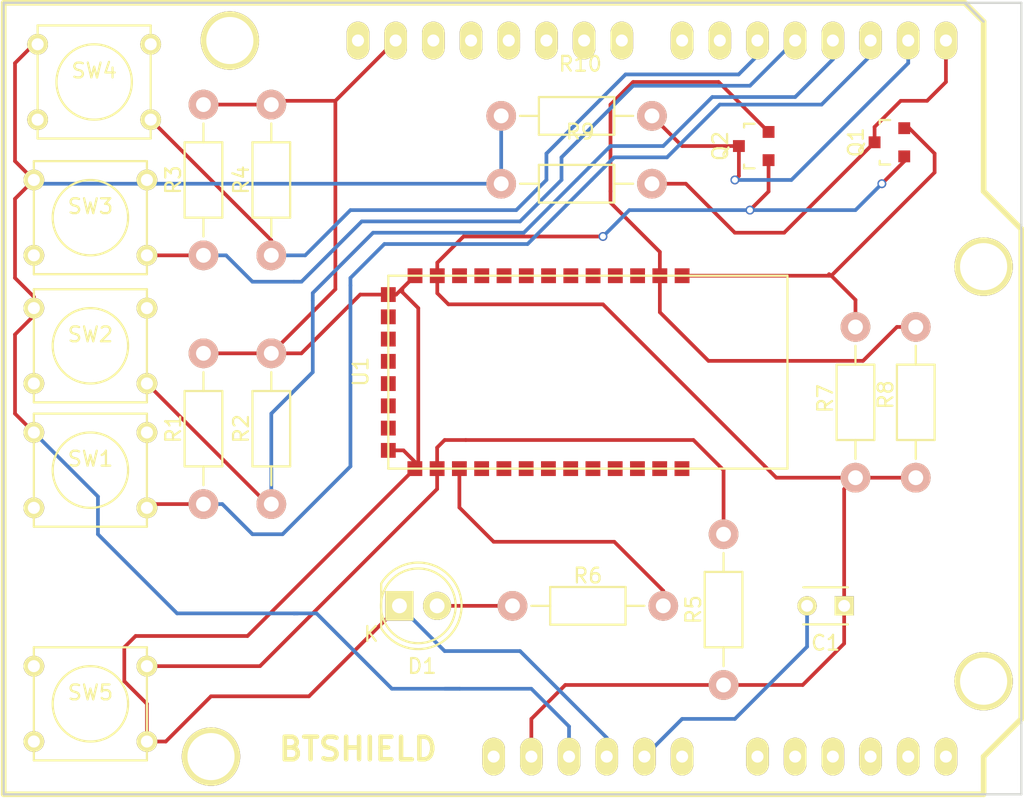
<source format=kicad_pcb>
(kicad_pcb (version 4) (host pcbnew "(2015-07-26 BZR 5996)-product")

  (general
    (links 56)
    (no_connects 1)
    (area 143.84703 46.536 217.560501 105.86)
    (thickness 1.6)
    (drawings 5)
    (tracks 213)
    (zones 0)
    (modules 21)
    (nets 34)
  )

  (page A4)
  (layers
    (0 F.Cu signal)
    (1 INTERNAL signal hide)
    (2 UNUSED signal hide)
    (31 B.Cu signal)
    (32 B.Adhes user)
    (33 F.Adhes user)
    (34 B.Paste user)
    (35 F.Paste user)
    (36 B.SilkS user)
    (37 F.SilkS user)
    (38 B.Mask user)
    (39 F.Mask user)
    (40 Dwgs.User user)
    (41 Cmts.User user)
    (42 Eco1.User user)
    (43 Eco2.User user)
    (44 Edge.Cuts user)
    (45 Margin user)
    (46 B.CrtYd user)
    (47 F.CrtYd user)
    (48 B.Fab user)
    (49 F.Fab user)
  )

  (setup
    (last_trace_width 0.25)
    (trace_clearance 0.2)
    (zone_clearance 0.508)
    (zone_45_only no)
    (trace_min 0.2)
    (segment_width 0.2)
    (edge_width 0.15)
    (via_size 0.6)
    (via_drill 0.4)
    (via_min_size 0.4)
    (via_min_drill 0.3)
    (uvia_size 0.3)
    (uvia_drill 0.1)
    (uvias_allowed no)
    (uvia_min_size 0.2)
    (uvia_min_drill 0.1)
    (pcb_text_width 0.3)
    (pcb_text_size 1.5 1.5)
    (mod_edge_width 0.15)
    (mod_text_size 0.000001 0.000001)
    (mod_text_width 0.15)
    (pad_size 1.4 1.4)
    (pad_drill 0.6)
    (pad_to_mask_clearance 0.2)
    (aux_axis_origin 0 0)
    (visible_elements FFFFFF7F)
    (pcbplotparams
      (layerselection 0x010f0_80000001)
      (usegerberextensions false)
      (excludeedgelayer true)
      (linewidth 0.100000)
      (plotframeref false)
      (viasonmask false)
      (mode 1)
      (useauxorigin false)
      (hpglpennumber 1)
      (hpglpenspeed 20)
      (hpglpendiameter 15)
      (hpglpenoverlay 2)
      (psnegative false)
      (psa4output false)
      (plotreference true)
      (plotvalue true)
      (plotinvisibletext false)
      (padsonsilk false)
      (subtractmaskfromsilk false)
      (outputformat 1)
      (mirror false)
      (drillshape 0)
      (scaleselection 1)
      (outputdirectory output))
  )

  (net 0 "")
  (net 1 +3V3)
  (net 2 GND)
  (net 3 "Net-(D1-Pad2)")
  (net 4 /logic_converter/L_TX)
  (net 5 /logic_converter/H_TX)
  (net 6 /logic_converter/L_RX)
  (net 7 /logic_converter/H_RX)
  (net 8 /BUTTON_1)
  (net 9 /BUTTON_2)
  (net 10 /BUTTON_3)
  (net 11 /BUTTON_4)
  (net 12 "Net-(R5-Pad2)")
  (net 13 "Net-(R6-Pad1)")
  (net 14 +5V)
  (net 15 "Net-(SHIELD1-PadAD5)")
  (net 16 "Net-(SHIELD1-PadAD4)")
  (net 17 "Net-(SHIELD1-PadAD3)")
  (net 18 "Net-(SHIELD1-PadAD0)")
  (net 19 "Net-(SHIELD1-PadAD1)")
  (net 20 "Net-(SHIELD1-PadAD2)")
  (net 21 "Net-(SHIELD1-PadV_IN)")
  (net 22 "Net-(SHIELD1-PadRST)")
  (net 23 "Net-(SHIELD1-Pad6)")
  (net 24 "Net-(SHIELD1-Pad7)")
  (net 25 "Net-(SHIELD1-Pad8)")
  (net 26 "Net-(SHIELD1-Pad9)")
  (net 27 "Net-(SHIELD1-Pad10)")
  (net 28 "Net-(SHIELD1-Pad11)")
  (net 29 "Net-(SHIELD1-Pad12)")
  (net 30 "Net-(SHIELD1-Pad13)")
  (net 31 "Net-(SHIELD1-PadAREF)")
  (net 32 "Net-(U1-Pad4)")
  (net 33 "Net-(U1-Pad3)")

  (net_class Default "This is the default net class."
    (clearance 0.2)
    (trace_width 0.25)
    (via_dia 0.6)
    (via_drill 0.4)
    (uvia_dia 0.3)
    (uvia_drill 0.1)
    (add_net +3V3)
    (add_net +5V)
    (add_net /BUTTON_1)
    (add_net /BUTTON_2)
    (add_net /BUTTON_3)
    (add_net /BUTTON_4)
    (add_net /logic_converter/H_RX)
    (add_net /logic_converter/H_TX)
    (add_net /logic_converter/L_RX)
    (add_net /logic_converter/L_TX)
    (add_net GND)
    (add_net "Net-(D1-Pad2)")
    (add_net "Net-(R5-Pad2)")
    (add_net "Net-(R6-Pad1)")
    (add_net "Net-(SHIELD1-Pad10)")
    (add_net "Net-(SHIELD1-Pad11)")
    (add_net "Net-(SHIELD1-Pad12)")
    (add_net "Net-(SHIELD1-Pad13)")
    (add_net "Net-(SHIELD1-Pad6)")
    (add_net "Net-(SHIELD1-Pad7)")
    (add_net "Net-(SHIELD1-Pad8)")
    (add_net "Net-(SHIELD1-Pad9)")
    (add_net "Net-(SHIELD1-PadAD0)")
    (add_net "Net-(SHIELD1-PadAD1)")
    (add_net "Net-(SHIELD1-PadAD2)")
    (add_net "Net-(SHIELD1-PadAD3)")
    (add_net "Net-(SHIELD1-PadAD4)")
    (add_net "Net-(SHIELD1-PadAD5)")
    (add_net "Net-(SHIELD1-PadAREF)")
    (add_net "Net-(SHIELD1-PadRST)")
    (add_net "Net-(SHIELD1-PadV_IN)")
    (add_net "Net-(U1-Pad3)")
    (add_net "Net-(U1-Pad4)")
  )

  (module Capacitors_ThroughHole:C_Disc_D3_P2.5 placed (layer F.Cu) (tedit 0) (tstamp 55B6E6B1)
    (at 205.232 92.71 180)
    (descr "Capacitor 3mm Disc, Pitch 2.5mm")
    (tags Capacitor)
    (path /55B1AA1D)
    (fp_text reference C1 (at 1.25 -2.5 180) (layer F.SilkS)
      (effects (font (size 1 1) (thickness 0.15)))
    )
    (fp_text value 0.1uF (at 1.25 2.5 180) (layer F.Fab)
      (effects (font (size 1 1) (thickness 0.15)))
    )
    (fp_line (start -0.9 -1.5) (end 3.4 -1.5) (layer F.CrtYd) (width 0.05))
    (fp_line (start 3.4 -1.5) (end 3.4 1.5) (layer F.CrtYd) (width 0.05))
    (fp_line (start 3.4 1.5) (end -0.9 1.5) (layer F.CrtYd) (width 0.05))
    (fp_line (start -0.9 1.5) (end -0.9 -1.5) (layer F.CrtYd) (width 0.05))
    (fp_line (start -0.25 -1.25) (end 2.75 -1.25) (layer F.SilkS) (width 0.15))
    (fp_line (start 2.75 1.25) (end -0.25 1.25) (layer F.SilkS) (width 0.15))
    (pad 1 thru_hole rect (at 0 0 180) (size 1.3 1.3) (drill 0.8) (layers *.Cu *.Mask F.SilkS)
      (net 1 +3V3))
    (pad 2 thru_hole circle (at 2.5 0 180) (size 1.3 1.3) (drill 0.8001) (layers *.Cu *.Mask F.SilkS)
      (net 2 GND))
    (model Capacitors_ThroughHole.3dshapes/C_Disc_D3_P2.5.wrl
      (at (xyz 0.0492126 0 0))
      (scale (xyz 1 1 1))
      (rotate (xyz 0 0 0))
    )
  )

  (module LED-5MM placed (layer F.Cu) (tedit 5570F7EA) (tstamp 55B6E6BD)
    (at 175.26 92.71)
    (descr "LED 5mm round vertical")
    (tags "LED 5mm round vertical")
    (path /55B78BDD)
    (fp_text reference D1 (at 1.524 4.064) (layer F.SilkS)
      (effects (font (size 1 1) (thickness 0.15)))
    )
    (fp_text value LED (at 1.524 -3.937) (layer F.Fab)
      (effects (font (size 1 1) (thickness 0.15)))
    )
    (fp_line (start -1.5 -1.55) (end -1.5 1.55) (layer F.CrtYd) (width 0.05))
    (fp_arc (start 1.3 0) (end -1.5 1.55) (angle -302) (layer F.CrtYd) (width 0.05))
    (fp_arc (start 1.27 0) (end -1.23 -1.5) (angle 297.5) (layer F.SilkS) (width 0.15))
    (fp_line (start -1.23 1.5) (end -1.23 -1.5) (layer F.SilkS) (width 0.15))
    (fp_circle (center 1.27 0) (end 0.97 -2.5) (layer F.SilkS) (width 0.15))
    (fp_text user K (at -1.905 1.905) (layer F.SilkS)
      (effects (font (size 1 1) (thickness 0.15)))
    )
    (pad 1 thru_hole rect (at 0 0 90) (size 2 1.9) (drill 1.00076) (layers *.Cu *.Mask F.SilkS)
      (net 2 GND))
    (pad 2 thru_hole circle (at 2.54 0) (size 1.9 1.9) (drill 1.00076) (layers *.Cu *.Mask F.SilkS)
      (net 3 "Net-(D1-Pad2)"))
    (model LEDs.3dshapes/LED-5MM.wrl
      (at (xyz 0.05 0 0))
      (scale (xyz 1 1 1))
      (rotate (xyz 0 0 90))
    )
  )

  (module SOT-23 placed (layer F.Cu) (tedit 553634F8) (tstamp 55B6E6CD)
    (at 208.28 61.468 90)
    (descr "SOT-23, Standard")
    (tags SOT-23)
    (path /55B5AC98/55B5B81E)
    (attr smd)
    (fp_text reference Q1 (at 0 -2.25 90) (layer F.SilkS)
      (effects (font (size 1 1) (thickness 0.15)))
    )
    (fp_text value BSS138 (at 0 2.3 90) (layer F.Fab)
      (effects (font (size 1 1) (thickness 0.15)))
    )
    (fp_line (start -1.65 -1.6) (end 1.65 -1.6) (layer F.CrtYd) (width 0.05))
    (fp_line (start 1.65 -1.6) (end 1.65 1.6) (layer F.CrtYd) (width 0.05))
    (fp_line (start 1.65 1.6) (end -1.65 1.6) (layer F.CrtYd) (width 0.05))
    (fp_line (start -1.65 1.6) (end -1.65 -1.6) (layer F.CrtYd) (width 0.05))
    (fp_line (start 1.29916 -0.65024) (end 1.2509 -0.65024) (layer F.SilkS) (width 0.15))
    (fp_line (start -1.49982 0.0508) (end -1.49982 -0.65024) (layer F.SilkS) (width 0.15))
    (fp_line (start -1.49982 -0.65024) (end -1.2509 -0.65024) (layer F.SilkS) (width 0.15))
    (fp_line (start 1.29916 -0.65024) (end 1.49982 -0.65024) (layer F.SilkS) (width 0.15))
    (fp_line (start 1.49982 -0.65024) (end 1.49982 0.0508) (layer F.SilkS) (width 0.15))
    (pad 1 smd rect (at -0.95 1.00076 90) (size 0.8001 0.8001) (layers F.Cu F.Paste F.Mask)
      (net 1 +3V3))
    (pad 2 smd rect (at 0.95 1.00076 90) (size 0.8001 0.8001) (layers F.Cu F.Paste F.Mask)
      (net 4 /logic_converter/L_TX))
    (pad 3 smd rect (at 0 -0.99822 90) (size 0.8001 0.8001) (layers F.Cu F.Paste F.Mask)
      (net 5 /logic_converter/H_TX))
    (model Housings_SOT-23_SOT-143_TSOT-6.3dshapes/SOT-23.wrl
      (at (xyz 0 0 0))
      (scale (xyz 1 1 1))
      (rotate (xyz 0 0 0))
    )
  )

  (module SOT-23 placed (layer F.Cu) (tedit 553634F8) (tstamp 55B6E6DD)
    (at 199.136 61.722 90)
    (descr "SOT-23, Standard")
    (tags SOT-23)
    (path /55B5AC98/55B5B67E)
    (attr smd)
    (fp_text reference Q2 (at 0 -2.25 90) (layer F.SilkS)
      (effects (font (size 1 1) (thickness 0.15)))
    )
    (fp_text value BSS138 (at 0 2.3 90) (layer F.Fab)
      (effects (font (size 1 1) (thickness 0.15)))
    )
    (fp_line (start -1.65 -1.6) (end 1.65 -1.6) (layer F.CrtYd) (width 0.05))
    (fp_line (start 1.65 -1.6) (end 1.65 1.6) (layer F.CrtYd) (width 0.05))
    (fp_line (start 1.65 1.6) (end -1.65 1.6) (layer F.CrtYd) (width 0.05))
    (fp_line (start -1.65 1.6) (end -1.65 -1.6) (layer F.CrtYd) (width 0.05))
    (fp_line (start 1.29916 -0.65024) (end 1.2509 -0.65024) (layer F.SilkS) (width 0.15))
    (fp_line (start -1.49982 0.0508) (end -1.49982 -0.65024) (layer F.SilkS) (width 0.15))
    (fp_line (start -1.49982 -0.65024) (end -1.2509 -0.65024) (layer F.SilkS) (width 0.15))
    (fp_line (start 1.29916 -0.65024) (end 1.49982 -0.65024) (layer F.SilkS) (width 0.15))
    (fp_line (start 1.49982 -0.65024) (end 1.49982 0.0508) (layer F.SilkS) (width 0.15))
    (pad 1 smd rect (at -0.95 1.00076 90) (size 0.8001 0.8001) (layers F.Cu F.Paste F.Mask)
      (net 1 +3V3))
    (pad 2 smd rect (at 0.95 1.00076 90) (size 0.8001 0.8001) (layers F.Cu F.Paste F.Mask)
      (net 6 /logic_converter/L_RX))
    (pad 3 smd rect (at 0 -0.99822 90) (size 0.8001 0.8001) (layers F.Cu F.Paste F.Mask)
      (net 7 /logic_converter/H_RX))
    (model Housings_SOT-23_SOT-143_TSOT-6.3dshapes/SOT-23.wrl
      (at (xyz 0 0 0))
      (scale (xyz 1 1 1))
      (rotate (xyz 0 0 0))
    )
  )

  (module Resistors_ThroughHole:Resistor_Horizontal_RM10mm placed (layer F.Cu) (tedit 55B8081E) (tstamp 55B6E6E9)
    (at 162.052 80.772 270)
    (descr "Resistor, Axial,  RM 10mm, 1/3W,")
    (tags "Resistor, Axial, RM 10mm, 1/3W,")
    (path /55B6D4A4)
    (fp_text reference R1 (at 0 2.032 270) (layer F.SilkS)
      (effects (font (size 1 1) (thickness 0.15)))
    )
    (fp_text value 1k (at 3.81 3.81 270) (layer F.Fab)
      (effects (font (size 1 1) (thickness 0.15)))
    )
    (fp_line (start -2.54 -1.27) (end 2.54 -1.27) (layer F.SilkS) (width 0.15))
    (fp_line (start 2.54 -1.27) (end 2.54 1.27) (layer F.SilkS) (width 0.15))
    (fp_line (start 2.54 1.27) (end -2.54 1.27) (layer F.SilkS) (width 0.15))
    (fp_line (start -2.54 1.27) (end -2.54 -1.27) (layer F.SilkS) (width 0.15))
    (fp_line (start -2.54 0) (end -3.81 0) (layer F.SilkS) (width 0.15))
    (fp_line (start 2.54 0) (end 3.81 0) (layer F.SilkS) (width 0.15))
    (pad 1 thru_hole circle (at -5.08 0 270) (size 1.99898 1.99898) (drill 1.00076) (layers *.Cu *.SilkS *.Mask)
      (net 2 GND))
    (pad 2 thru_hole circle (at 5.08 0 270) (size 1.99898 1.99898) (drill 1.00076) (layers *.Cu *.SilkS *.Mask)
      (net 8 /BUTTON_1))
    (model Resistors_ThroughHole.3dshapes/Resistor_Horizontal_RM10mm.wrl
      (at (xyz 0 0 0))
      (scale (xyz 0.4 0.4 0.4))
      (rotate (xyz 0 0 0))
    )
  )

  (module Resistors_ThroughHole:Resistor_Horizontal_RM10mm placed (layer F.Cu) (tedit 55B80821) (tstamp 55B6E6F5)
    (at 166.624 80.772 270)
    (descr "Resistor, Axial,  RM 10mm, 1/3W,")
    (tags "Resistor, Axial, RM 10mm, 1/3W,")
    (path /55B73A21)
    (fp_text reference R2 (at 0 2.032 270) (layer F.SilkS)
      (effects (font (size 1 1) (thickness 0.15)))
    )
    (fp_text value 1k (at 3.81 3.81 270) (layer F.Fab)
      (effects (font (size 1 1) (thickness 0.15)))
    )
    (fp_line (start -2.54 -1.27) (end 2.54 -1.27) (layer F.SilkS) (width 0.15))
    (fp_line (start 2.54 -1.27) (end 2.54 1.27) (layer F.SilkS) (width 0.15))
    (fp_line (start 2.54 1.27) (end -2.54 1.27) (layer F.SilkS) (width 0.15))
    (fp_line (start -2.54 1.27) (end -2.54 -1.27) (layer F.SilkS) (width 0.15))
    (fp_line (start -2.54 0) (end -3.81 0) (layer F.SilkS) (width 0.15))
    (fp_line (start 2.54 0) (end 3.81 0) (layer F.SilkS) (width 0.15))
    (pad 1 thru_hole circle (at -5.08 0 270) (size 1.99898 1.99898) (drill 1.00076) (layers *.Cu *.SilkS *.Mask)
      (net 2 GND))
    (pad 2 thru_hole circle (at 5.08 0 270) (size 1.99898 1.99898) (drill 1.00076) (layers *.Cu *.SilkS *.Mask)
      (net 9 /BUTTON_2))
    (model Resistors_ThroughHole.3dshapes/Resistor_Horizontal_RM10mm.wrl
      (at (xyz 0 0 0))
      (scale (xyz 0.4 0.4 0.4))
      (rotate (xyz 0 0 0))
    )
  )

  (module Resistors_ThroughHole:Resistor_Horizontal_RM10mm placed (layer F.Cu) (tedit 55B80815) (tstamp 55B6E701)
    (at 162.052 64.008 270)
    (descr "Resistor, Axial,  RM 10mm, 1/3W,")
    (tags "Resistor, Axial, RM 10mm, 1/3W,")
    (path /55B7405B)
    (fp_text reference R3 (at 0 2.032 270) (layer F.SilkS)
      (effects (font (size 1 1) (thickness 0.15)))
    )
    (fp_text value 1k (at 3.81 3.81 270) (layer F.Fab)
      (effects (font (size 1 1) (thickness 0.15)))
    )
    (fp_line (start -2.54 -1.27) (end 2.54 -1.27) (layer F.SilkS) (width 0.15))
    (fp_line (start 2.54 -1.27) (end 2.54 1.27) (layer F.SilkS) (width 0.15))
    (fp_line (start 2.54 1.27) (end -2.54 1.27) (layer F.SilkS) (width 0.15))
    (fp_line (start -2.54 1.27) (end -2.54 -1.27) (layer F.SilkS) (width 0.15))
    (fp_line (start -2.54 0) (end -3.81 0) (layer F.SilkS) (width 0.15))
    (fp_line (start 2.54 0) (end 3.81 0) (layer F.SilkS) (width 0.15))
    (pad 1 thru_hole circle (at -5.08 0 270) (size 1.99898 1.99898) (drill 1.00076) (layers *.Cu *.SilkS *.Mask)
      (net 2 GND))
    (pad 2 thru_hole circle (at 5.08 0 270) (size 1.99898 1.99898) (drill 1.00076) (layers *.Cu *.SilkS *.Mask)
      (net 10 /BUTTON_3))
    (model Resistors_ThroughHole.3dshapes/Resistor_Horizontal_RM10mm.wrl
      (at (xyz 0 0 0))
      (scale (xyz 0.4 0.4 0.4))
      (rotate (xyz 0 0 0))
    )
  )

  (module Resistors_ThroughHole:Resistor_Horizontal_RM10mm placed (layer F.Cu) (tedit 55B80819) (tstamp 55B6E70D)
    (at 166.624 64.008 270)
    (descr "Resistor, Axial,  RM 10mm, 1/3W,")
    (tags "Resistor, Axial, RM 10mm, 1/3W,")
    (path /55B74127)
    (fp_text reference R4 (at 0 2.032 270) (layer F.SilkS)
      (effects (font (size 1 1) (thickness 0.15)))
    )
    (fp_text value 1k (at 3.81 3.81 270) (layer F.Fab)
      (effects (font (size 1 1) (thickness 0.15)))
    )
    (fp_line (start -2.54 -1.27) (end 2.54 -1.27) (layer F.SilkS) (width 0.15))
    (fp_line (start 2.54 -1.27) (end 2.54 1.27) (layer F.SilkS) (width 0.15))
    (fp_line (start 2.54 1.27) (end -2.54 1.27) (layer F.SilkS) (width 0.15))
    (fp_line (start -2.54 1.27) (end -2.54 -1.27) (layer F.SilkS) (width 0.15))
    (fp_line (start -2.54 0) (end -3.81 0) (layer F.SilkS) (width 0.15))
    (fp_line (start 2.54 0) (end 3.81 0) (layer F.SilkS) (width 0.15))
    (pad 1 thru_hole circle (at -5.08 0 270) (size 1.99898 1.99898) (drill 1.00076) (layers *.Cu *.SilkS *.Mask)
      (net 2 GND))
    (pad 2 thru_hole circle (at 5.08 0 270) (size 1.99898 1.99898) (drill 1.00076) (layers *.Cu *.SilkS *.Mask)
      (net 11 /BUTTON_4))
    (model Resistors_ThroughHole.3dshapes/Resistor_Horizontal_RM10mm.wrl
      (at (xyz 0 0 0))
      (scale (xyz 0.4 0.4 0.4))
      (rotate (xyz 0 0 0))
    )
  )

  (module Resistors_ThroughHole:Resistor_Horizontal_RM10mm placed (layer F.Cu) (tedit 55B80831) (tstamp 55B6E719)
    (at 197.104 92.964 90)
    (descr "Resistor, Axial,  RM 10mm, 1/3W,")
    (tags "Resistor, Axial, RM 10mm, 1/3W,")
    (path /55B7746D)
    (fp_text reference R5 (at 0 -2.032 90) (layer F.SilkS)
      (effects (font (size 1 1) (thickness 0.15)))
    )
    (fp_text value 1k (at 3.81 3.81 90) (layer F.Fab)
      (effects (font (size 1 1) (thickness 0.15)))
    )
    (fp_line (start -2.54 -1.27) (end 2.54 -1.27) (layer F.SilkS) (width 0.15))
    (fp_line (start 2.54 -1.27) (end 2.54 1.27) (layer F.SilkS) (width 0.15))
    (fp_line (start 2.54 1.27) (end -2.54 1.27) (layer F.SilkS) (width 0.15))
    (fp_line (start -2.54 1.27) (end -2.54 -1.27) (layer F.SilkS) (width 0.15))
    (fp_line (start -2.54 0) (end -3.81 0) (layer F.SilkS) (width 0.15))
    (fp_line (start 2.54 0) (end 3.81 0) (layer F.SilkS) (width 0.15))
    (pad 1 thru_hole circle (at -5.08 0 90) (size 1.99898 1.99898) (drill 1.00076) (layers *.Cu *.SilkS *.Mask)
      (net 1 +3V3))
    (pad 2 thru_hole circle (at 5.08 0 90) (size 1.99898 1.99898) (drill 1.00076) (layers *.Cu *.SilkS *.Mask)
      (net 12 "Net-(R5-Pad2)"))
    (model Resistors_ThroughHole.3dshapes/Resistor_Horizontal_RM10mm.wrl
      (at (xyz 0 0 0))
      (scale (xyz 0.4 0.4 0.4))
      (rotate (xyz 0 0 0))
    )
  )

  (module Resistors_ThroughHole:Resistor_Horizontal_RM10mm placed (layer F.Cu) (tedit 55B80829) (tstamp 55B6E725)
    (at 187.96 92.71 180)
    (descr "Resistor, Axial,  RM 10mm, 1/3W,")
    (tags "Resistor, Axial, RM 10mm, 1/3W,")
    (path /55B1AC33)
    (fp_text reference R6 (at 0 2.032 180) (layer F.SilkS)
      (effects (font (size 1 1) (thickness 0.15)))
    )
    (fp_text value 470 (at 3.81 3.81 180) (layer F.Fab)
      (effects (font (size 1 1) (thickness 0.15)))
    )
    (fp_line (start -2.54 -1.27) (end 2.54 -1.27) (layer F.SilkS) (width 0.15))
    (fp_line (start 2.54 -1.27) (end 2.54 1.27) (layer F.SilkS) (width 0.15))
    (fp_line (start 2.54 1.27) (end -2.54 1.27) (layer F.SilkS) (width 0.15))
    (fp_line (start -2.54 1.27) (end -2.54 -1.27) (layer F.SilkS) (width 0.15))
    (fp_line (start -2.54 0) (end -3.81 0) (layer F.SilkS) (width 0.15))
    (fp_line (start 2.54 0) (end 3.81 0) (layer F.SilkS) (width 0.15))
    (pad 1 thru_hole circle (at -5.08 0 180) (size 1.99898 1.99898) (drill 1.00076) (layers *.Cu *.SilkS *.Mask)
      (net 13 "Net-(R6-Pad1)"))
    (pad 2 thru_hole circle (at 5.08 0 180) (size 1.99898 1.99898) (drill 1.00076) (layers *.Cu *.SilkS *.Mask)
      (net 3 "Net-(D1-Pad2)"))
    (model Resistors_ThroughHole.3dshapes/Resistor_Horizontal_RM10mm.wrl
      (at (xyz 0 0 0))
      (scale (xyz 0.4 0.4 0.4))
      (rotate (xyz 0 0 0))
    )
  )

  (module Resistors_ThroughHole:Resistor_Horizontal_RM10mm placed (layer F.Cu) (tedit 55B80845) (tstamp 55B6E731)
    (at 205.994 78.994 90)
    (descr "Resistor, Axial,  RM 10mm, 1/3W,")
    (tags "Resistor, Axial, RM 10mm, 1/3W,")
    (path /55B5AC98/55B5ACEF)
    (fp_text reference R7 (at 0.254 -2.032 90) (layer F.SilkS)
      (effects (font (size 1 1) (thickness 0.15)))
    )
    (fp_text value 10k (at 3.81 3.81 90) (layer F.Fab)
      (effects (font (size 1 1) (thickness 0.15)))
    )
    (fp_line (start -2.54 -1.27) (end 2.54 -1.27) (layer F.SilkS) (width 0.15))
    (fp_line (start 2.54 -1.27) (end 2.54 1.27) (layer F.SilkS) (width 0.15))
    (fp_line (start 2.54 1.27) (end -2.54 1.27) (layer F.SilkS) (width 0.15))
    (fp_line (start -2.54 1.27) (end -2.54 -1.27) (layer F.SilkS) (width 0.15))
    (fp_line (start -2.54 0) (end -3.81 0) (layer F.SilkS) (width 0.15))
    (fp_line (start 2.54 0) (end 3.81 0) (layer F.SilkS) (width 0.15))
    (pad 1 thru_hole circle (at -5.08 0 90) (size 1.99898 1.99898) (drill 1.00076) (layers *.Cu *.SilkS *.Mask)
      (net 1 +3V3))
    (pad 2 thru_hole circle (at 5.08 0 90) (size 1.99898 1.99898) (drill 1.00076) (layers *.Cu *.SilkS *.Mask)
      (net 4 /logic_converter/L_TX))
    (model Resistors_ThroughHole.3dshapes/Resistor_Horizontal_RM10mm.wrl
      (at (xyz 0 0 0))
      (scale (xyz 0.4 0.4 0.4))
      (rotate (xyz 0 0 0))
    )
  )

  (module Resistors_ThroughHole:Resistor_Horizontal_RM10mm placed (layer F.Cu) (tedit 55B80851) (tstamp 55B6E73D)
    (at 210.058 78.994 90)
    (descr "Resistor, Axial,  RM 10mm, 1/3W,")
    (tags "Resistor, Axial, RM 10mm, 1/3W,")
    (path /55B5AC98/55B5B5D4)
    (fp_text reference R8 (at 0.508 -2.032 90) (layer F.SilkS)
      (effects (font (size 1 1) (thickness 0.15)))
    )
    (fp_text value 10k (at 3.81 3.81 90) (layer F.Fab)
      (effects (font (size 1 1) (thickness 0.15)))
    )
    (fp_line (start -2.54 -1.27) (end 2.54 -1.27) (layer F.SilkS) (width 0.15))
    (fp_line (start 2.54 -1.27) (end 2.54 1.27) (layer F.SilkS) (width 0.15))
    (fp_line (start 2.54 1.27) (end -2.54 1.27) (layer F.SilkS) (width 0.15))
    (fp_line (start -2.54 1.27) (end -2.54 -1.27) (layer F.SilkS) (width 0.15))
    (fp_line (start -2.54 0) (end -3.81 0) (layer F.SilkS) (width 0.15))
    (fp_line (start 2.54 0) (end 3.81 0) (layer F.SilkS) (width 0.15))
    (pad 1 thru_hole circle (at -5.08 0 90) (size 1.99898 1.99898) (drill 1.00076) (layers *.Cu *.SilkS *.Mask)
      (net 1 +3V3))
    (pad 2 thru_hole circle (at 5.08 0 90) (size 1.99898 1.99898) (drill 1.00076) (layers *.Cu *.SilkS *.Mask)
      (net 6 /logic_converter/L_RX))
    (model Resistors_ThroughHole.3dshapes/Resistor_Horizontal_RM10mm.wrl
      (at (xyz 0 0 0))
      (scale (xyz 0.4 0.4 0.4))
      (rotate (xyz 0 0 0))
    )
  )

  (module Resistors_ThroughHole:Resistor_Horizontal_RM10mm placed (layer F.Cu) (tedit 53F56209) (tstamp 55B6E749)
    (at 187.198 64.262)
    (descr "Resistor, Axial,  RM 10mm, 1/3W,")
    (tags "Resistor, Axial, RM 10mm, 1/3W,")
    (path /55B5AC98/55B5B3FD)
    (fp_text reference R9 (at 0.24892 -3.50012) (layer F.SilkS)
      (effects (font (size 1 1) (thickness 0.15)))
    )
    (fp_text value 10k (at 3.81 3.81) (layer F.Fab)
      (effects (font (size 1 1) (thickness 0.15)))
    )
    (fp_line (start -2.54 -1.27) (end 2.54 -1.27) (layer F.SilkS) (width 0.15))
    (fp_line (start 2.54 -1.27) (end 2.54 1.27) (layer F.SilkS) (width 0.15))
    (fp_line (start 2.54 1.27) (end -2.54 1.27) (layer F.SilkS) (width 0.15))
    (fp_line (start -2.54 1.27) (end -2.54 -1.27) (layer F.SilkS) (width 0.15))
    (fp_line (start -2.54 0) (end -3.81 0) (layer F.SilkS) (width 0.15))
    (fp_line (start 2.54 0) (end 3.81 0) (layer F.SilkS) (width 0.15))
    (pad 1 thru_hole circle (at -5.08 0) (size 1.99898 1.99898) (drill 1.00076) (layers *.Cu *.SilkS *.Mask)
      (net 14 +5V))
    (pad 2 thru_hole circle (at 5.08 0) (size 1.99898 1.99898) (drill 1.00076) (layers *.Cu *.SilkS *.Mask)
      (net 5 /logic_converter/H_TX))
    (model Resistors_ThroughHole.3dshapes/Resistor_Horizontal_RM10mm.wrl
      (at (xyz 0 0 0))
      (scale (xyz 0.4 0.4 0.4))
      (rotate (xyz 0 0 0))
    )
  )

  (module Resistors_ThroughHole:Resistor_Horizontal_RM10mm placed (layer F.Cu) (tedit 53F56209) (tstamp 55B6E755)
    (at 187.198 59.69)
    (descr "Resistor, Axial,  RM 10mm, 1/3W,")
    (tags "Resistor, Axial, RM 10mm, 1/3W,")
    (path /55B5AC98/55B5B63A)
    (fp_text reference R10 (at 0.24892 -3.50012) (layer F.SilkS)
      (effects (font (size 1 1) (thickness 0.15)))
    )
    (fp_text value 10k (at 3.81 3.81) (layer F.Fab)
      (effects (font (size 1 1) (thickness 0.15)))
    )
    (fp_line (start -2.54 -1.27) (end 2.54 -1.27) (layer F.SilkS) (width 0.15))
    (fp_line (start 2.54 -1.27) (end 2.54 1.27) (layer F.SilkS) (width 0.15))
    (fp_line (start 2.54 1.27) (end -2.54 1.27) (layer F.SilkS) (width 0.15))
    (fp_line (start -2.54 1.27) (end -2.54 -1.27) (layer F.SilkS) (width 0.15))
    (fp_line (start -2.54 0) (end -3.81 0) (layer F.SilkS) (width 0.15))
    (fp_line (start 2.54 0) (end 3.81 0) (layer F.SilkS) (width 0.15))
    (pad 1 thru_hole circle (at -5.08 0) (size 1.99898 1.99898) (drill 1.00076) (layers *.Cu *.SilkS *.Mask)
      (net 14 +5V))
    (pad 2 thru_hole circle (at 5.08 0) (size 1.99898 1.99898) (drill 1.00076) (layers *.Cu *.SilkS *.Mask)
      (net 7 /logic_converter/H_RX))
    (model Resistors_ThroughHole.3dshapes/Resistor_Horizontal_RM10mm.wrl
      (at (xyz 0 0 0))
      (scale (xyz 0.4 0.4 0.4))
      (rotate (xyz 0 0 0))
    )
  )

  (module Buttons_Switches_ThroughHole:SW_PUSH_SMALL placed (layer F.Cu) (tedit 0) (tstamp 55B6E78F)
    (at 154.432 83.566)
    (path /55B662BB)
    (fp_text reference SW1 (at 0 -0.762) (layer F.SilkS)
      (effects (font (size 1 1) (thickness 0.15)))
    )
    (fp_text value SW_PUSH (at 0 1.016) (layer F.Fab)
      (effects (font (size 1 1) (thickness 0.15)))
    )
    (fp_circle (center 0 0) (end 0 -2.54) (layer F.SilkS) (width 0.15))
    (fp_line (start -3.81 -3.81) (end 3.81 -3.81) (layer F.SilkS) (width 0.15))
    (fp_line (start 3.81 -3.81) (end 3.81 3.81) (layer F.SilkS) (width 0.15))
    (fp_line (start 3.81 3.81) (end -3.81 3.81) (layer F.SilkS) (width 0.15))
    (fp_line (start -3.81 -3.81) (end -3.81 3.81) (layer F.SilkS) (width 0.15))
    (pad 1 thru_hole circle (at 3.81 -2.54) (size 1.397 1.397) (drill 0.8128) (layers *.Cu *.Mask F.SilkS)
      (net 14 +5V))
    (pad 2 thru_hole circle (at 3.81 2.54) (size 1.397 1.397) (drill 0.8128) (layers *.Cu *.Mask F.SilkS)
      (net 8 /BUTTON_1))
    (pad 1 thru_hole circle (at -3.81 -2.54) (size 1.397 1.397) (drill 0.8128) (layers *.Cu *.Mask F.SilkS)
      (net 14 +5V))
    (pad 2 thru_hole circle (at -3.81 2.54) (size 1.397 1.397) (drill 0.8128) (layers *.Cu *.Mask F.SilkS)
      (net 8 /BUTTON_1))
  )

  (module Buttons_Switches_ThroughHole:SW_PUSH_SMALL placed (layer F.Cu) (tedit 0) (tstamp 55B6E79C)
    (at 154.432 75.184)
    (path /55B66390)
    (fp_text reference SW2 (at 0 -0.762) (layer F.SilkS)
      (effects (font (size 1 1) (thickness 0.15)))
    )
    (fp_text value SW_PUSH (at 0 1.016) (layer F.Fab)
      (effects (font (size 1 1) (thickness 0.15)))
    )
    (fp_circle (center 0 0) (end 0 -2.54) (layer F.SilkS) (width 0.15))
    (fp_line (start -3.81 -3.81) (end 3.81 -3.81) (layer F.SilkS) (width 0.15))
    (fp_line (start 3.81 -3.81) (end 3.81 3.81) (layer F.SilkS) (width 0.15))
    (fp_line (start 3.81 3.81) (end -3.81 3.81) (layer F.SilkS) (width 0.15))
    (fp_line (start -3.81 -3.81) (end -3.81 3.81) (layer F.SilkS) (width 0.15))
    (pad 1 thru_hole circle (at 3.81 -2.54) (size 1.397 1.397) (drill 0.8128) (layers *.Cu *.Mask F.SilkS)
      (net 14 +5V))
    (pad 2 thru_hole circle (at 3.81 2.54) (size 1.397 1.397) (drill 0.8128) (layers *.Cu *.Mask F.SilkS)
      (net 9 /BUTTON_2))
    (pad 1 thru_hole circle (at -3.81 -2.54) (size 1.397 1.397) (drill 0.8128) (layers *.Cu *.Mask F.SilkS)
      (net 14 +5V))
    (pad 2 thru_hole circle (at -3.81 2.54) (size 1.397 1.397) (drill 0.8128) (layers *.Cu *.Mask F.SilkS)
      (net 9 /BUTTON_2))
  )

  (module Buttons_Switches_ThroughHole:SW_PUSH_SMALL placed (layer F.Cu) (tedit 0) (tstamp 55B6E7A9)
    (at 154.432 66.548)
    (path /55B6641F)
    (fp_text reference SW3 (at 0 -0.762) (layer F.SilkS)
      (effects (font (size 1 1) (thickness 0.15)))
    )
    (fp_text value SW_PUSH (at 0 1.016) (layer F.Fab)
      (effects (font (size 1 1) (thickness 0.15)))
    )
    (fp_circle (center 0 0) (end 0 -2.54) (layer F.SilkS) (width 0.15))
    (fp_line (start -3.81 -3.81) (end 3.81 -3.81) (layer F.SilkS) (width 0.15))
    (fp_line (start 3.81 -3.81) (end 3.81 3.81) (layer F.SilkS) (width 0.15))
    (fp_line (start 3.81 3.81) (end -3.81 3.81) (layer F.SilkS) (width 0.15))
    (fp_line (start -3.81 -3.81) (end -3.81 3.81) (layer F.SilkS) (width 0.15))
    (pad 1 thru_hole circle (at 3.81 -2.54) (size 1.397 1.397) (drill 0.8128) (layers *.Cu *.Mask F.SilkS)
      (net 14 +5V))
    (pad 2 thru_hole circle (at 3.81 2.54) (size 1.397 1.397) (drill 0.8128) (layers *.Cu *.Mask F.SilkS)
      (net 10 /BUTTON_3))
    (pad 1 thru_hole circle (at -3.81 -2.54) (size 1.397 1.397) (drill 0.8128) (layers *.Cu *.Mask F.SilkS)
      (net 14 +5V))
    (pad 2 thru_hole circle (at -3.81 2.54) (size 1.397 1.397) (drill 0.8128) (layers *.Cu *.Mask F.SilkS)
      (net 10 /BUTTON_3))
  )

  (module Buttons_Switches_ThroughHole:SW_PUSH_SMALL placed (layer F.Cu) (tedit 0) (tstamp 55B6E7B6)
    (at 154.686 57.404)
    (path /55B66965)
    (fp_text reference SW4 (at 0 -0.762) (layer F.SilkS)
      (effects (font (size 1 1) (thickness 0.15)))
    )
    (fp_text value SW_PUSH (at 0 1.016) (layer F.Fab)
      (effects (font (size 1 1) (thickness 0.15)))
    )
    (fp_circle (center 0 0) (end 0 -2.54) (layer F.SilkS) (width 0.15))
    (fp_line (start -3.81 -3.81) (end 3.81 -3.81) (layer F.SilkS) (width 0.15))
    (fp_line (start 3.81 -3.81) (end 3.81 3.81) (layer F.SilkS) (width 0.15))
    (fp_line (start 3.81 3.81) (end -3.81 3.81) (layer F.SilkS) (width 0.15))
    (fp_line (start -3.81 -3.81) (end -3.81 3.81) (layer F.SilkS) (width 0.15))
    (pad 1 thru_hole circle (at 3.81 -2.54) (size 1.397 1.397) (drill 0.8128) (layers *.Cu *.Mask F.SilkS)
      (net 14 +5V))
    (pad 2 thru_hole circle (at 3.81 2.54) (size 1.397 1.397) (drill 0.8128) (layers *.Cu *.Mask F.SilkS)
      (net 11 /BUTTON_4))
    (pad 1 thru_hole circle (at -3.81 -2.54) (size 1.397 1.397) (drill 0.8128) (layers *.Cu *.Mask F.SilkS)
      (net 14 +5V))
    (pad 2 thru_hole circle (at -3.81 2.54) (size 1.397 1.397) (drill 0.8128) (layers *.Cu *.Mask F.SilkS)
      (net 11 /BUTTON_4))
  )

  (module Buttons_Switches_ThroughHole:SW_PUSH_SMALL placed (layer F.Cu) (tedit 0) (tstamp 55B6E7C3)
    (at 154.432 99.314)
    (path /55B68103)
    (fp_text reference SW5 (at 0 -0.762) (layer F.SilkS)
      (effects (font (size 1 1) (thickness 0.15)))
    )
    (fp_text value SW_PUSH (at 0 1.016) (layer F.Fab)
      (effects (font (size 1 1) (thickness 0.15)))
    )
    (fp_circle (center 0 0) (end 0 -2.54) (layer F.SilkS) (width 0.15))
    (fp_line (start -3.81 -3.81) (end 3.81 -3.81) (layer F.SilkS) (width 0.15))
    (fp_line (start 3.81 -3.81) (end 3.81 3.81) (layer F.SilkS) (width 0.15))
    (fp_line (start 3.81 3.81) (end -3.81 3.81) (layer F.SilkS) (width 0.15))
    (fp_line (start -3.81 -3.81) (end -3.81 3.81) (layer F.SilkS) (width 0.15))
    (pad 1 thru_hole circle (at 3.81 -2.54) (size 1.397 1.397) (drill 0.8128) (layers *.Cu *.Mask F.SilkS)
      (net 12 "Net-(R5-Pad2)"))
    (pad 2 thru_hole circle (at 3.81 2.54) (size 1.397 1.397) (drill 0.8128) (layers *.Cu *.Mask F.SilkS)
      (net 2 GND))
    (pad 1 thru_hole circle (at -3.81 -2.54) (size 1.397 1.397) (drill 0.8128) (layers *.Cu *.Mask F.SilkS)
      (net 12 "Net-(R5-Pad2)"))
    (pad 2 thru_hole circle (at -3.81 2.54) (size 1.397 1.397) (drill 0.8128) (layers *.Cu *.Mask F.SilkS)
      (net 2 GND))
  )

  (module btshield:hc10 placed (layer F.Cu) (tedit 55B6D40D) (tstamp 55B6E7ED)
    (at 187.96 76.962 270)
    (path /55B1A980)
    (fp_text reference U1 (at -0.03 15.31 270) (layer F.SilkS)
      (effects (font (size 1 1) (thickness 0.15)))
    )
    (fp_text value HC-10 (at 0.03 -14.53 270) (layer F.Fab)
      (effects (font (size 1 1) (thickness 0.15)))
    )
    (fp_line (start -6.5 -13.45) (end 6.5 -13.45) (layer F.SilkS) (width 0.15))
    (fp_line (start 6.5 -13.45) (end 6.5 13.45) (layer F.SilkS) (width 0.15))
    (fp_line (start 6.5 13.45) (end -6.5 13.45) (layer F.SilkS) (width 0.15))
    (fp_line (start -6.5 13.45) (end -6.5 -13.45) (layer F.SilkS) (width 0.15))
    (pad 34 smd rect (at 6.5 -6.34 270) (size 1 1) (layers F.Cu F.Paste F.Mask))
    (pad 33 smd rect (at 6.5 -4.84 270) (size 1 1) (layers F.Cu F.Paste F.Mask))
    (pad 32 smd rect (at 6.5 -3.34 270) (size 1 1) (layers F.Cu F.Paste F.Mask))
    (pad 31 smd rect (at 6.5 -1.84 270) (size 1 1) (layers F.Cu F.Paste F.Mask))
    (pad 30 smd rect (at 6.5 -0.34 270) (size 1 1) (layers F.Cu F.Paste F.Mask))
    (pad 29 smd rect (at 6.5 1.16 270) (size 1 1) (layers F.Cu F.Paste F.Mask))
    (pad 28 smd rect (at 6.5 2.66 270) (size 1 1) (layers F.Cu F.Paste F.Mask))
    (pad 27 smd rect (at 6.5 4.16 270) (size 1 1) (layers F.Cu F.Paste F.Mask))
    (pad 26 smd rect (at 6.5 5.66 270) (size 1 1) (layers F.Cu F.Paste F.Mask))
    (pad 25 smd rect (at 6.5 7.16 270) (size 1 1) (layers F.Cu F.Paste F.Mask))
    (pad 24 smd rect (at 6.5 8.66 270) (size 1 1) (layers F.Cu F.Paste F.Mask)
      (net 13 "Net-(R6-Pad1)"))
    (pad 23 smd rect (at 6.5 10.16 270) (size 1 1) (layers F.Cu F.Paste F.Mask)
      (net 12 "Net-(R5-Pad2)"))
    (pad 22 smd rect (at 6.5 11.66 270) (size 1 1) (layers F.Cu F.Paste F.Mask)
      (net 2 GND))
    (pad 21 smd rect (at 5.27 13.45 270) (size 1 1) (layers F.Cu F.Paste F.Mask)
      (net 2 GND))
    (pad 20 smd rect (at 3.77 13.45 270) (size 1 1) (layers F.Cu F.Paste F.Mask))
    (pad 19 smd rect (at 2.27 13.45 270) (size 1 1) (layers F.Cu F.Paste F.Mask))
    (pad 18 smd rect (at 0.77 13.45 270) (size 1 1) (layers F.Cu F.Paste F.Mask))
    (pad 17 smd rect (at -0.73 13.45 270) (size 1 1) (layers F.Cu F.Paste F.Mask))
    (pad 16 smd rect (at -2.23 13.45 270) (size 1 1) (layers F.Cu F.Paste F.Mask))
    (pad 15 smd rect (at -3.73 13.45 270) (size 1 1) (layers F.Cu F.Paste F.Mask))
    (pad 14 smd rect (at -5.23 13.45 270) (size 1 1) (layers F.Cu F.Paste F.Mask)
      (net 2 GND))
    (pad 13 smd rect (at -6.5 11.65 270) (size 1 1) (layers F.Cu F.Paste F.Mask)
      (net 2 GND))
    (pad 12 smd rect (at -6.5 10.15 270) (size 1 1) (layers F.Cu F.Paste F.Mask)
      (net 1 +3V3))
    (pad 11 smd rect (at -6.5 8.65 270) (size 1 1) (layers F.Cu F.Paste F.Mask))
    (pad 10 smd rect (at -6.5 7.15 270) (size 1 1) (layers F.Cu F.Paste F.Mask))
    (pad 9 smd rect (at -6.5 5.65 270) (size 1 1) (layers F.Cu F.Paste F.Mask))
    (pad 8 smd rect (at -6.5 4.15 270) (size 1 1) (layers F.Cu F.Paste F.Mask))
    (pad 7 smd rect (at -6.5 2.65 270) (size 1 1) (layers F.Cu F.Paste F.Mask))
    (pad 6 smd rect (at -6.5 1.15 270) (size 1 1) (layers F.Cu F.Paste F.Mask))
    (pad 5 smd rect (at -6.5 -0.35 270) (size 1 1) (layers F.Cu F.Paste F.Mask))
    (pad 4 smd rect (at -6.5 -1.85 270) (size 1 1) (layers F.Cu F.Paste F.Mask)
      (net 32 "Net-(U1-Pad4)"))
    (pad 3 smd rect (at -6.5 -3.35 270) (size 1 1) (layers F.Cu F.Paste F.Mask)
      (net 33 "Net-(U1-Pad3)"))
    (pad 2 smd rect (at -6.5 -4.85 270) (size 1 1) (layers F.Cu F.Paste F.Mask)
      (net 6 /logic_converter/L_RX))
    (pad 1 smd rect (at -6.5 -6.35 270) (size 1 1) (layers F.Cu F.Paste F.Mask)
      (net 4 /logic_converter/L_TX))
  )

  (module btshield:arduino_shield (layer F.Cu) (tedit 55B9998B) (tstamp 55B6E782)
    (at 148.59 105.41)
    (path /55B52CD4)
    (fp_text reference BTSHIELD (at 23.876 -3.048) (layer F.SilkS)
      (effects (font (thickness 0.3048)))
    )
    (fp_text value ARDUINO_SHIELD (at 5.08 -54.61) (layer F.SilkS) hide
      (effects (font (thickness 0.3048)))
    )
    (fp_line (start 66.04 -40.64) (end 66.04 -52.07) (layer F.SilkS) (width 0.381))
    (fp_line (start 66.04 -52.07) (end 64.77 -53.34) (layer F.SilkS) (width 0.381))
    (fp_line (start 64.77 -53.34) (end 0 -53.34) (layer F.SilkS) (width 0.381))
    (fp_line (start 66.04 0) (end 0 0) (layer F.SilkS) (width 0.381))
    (fp_line (start 0 0) (end 0 -53.34) (layer F.SilkS) (width 0.381))
    (fp_line (start 66.04 -40.64) (end 68.58 -38.1) (layer F.SilkS) (width 0.381))
    (fp_line (start 68.58 -38.1) (end 68.58 -5.08) (layer F.SilkS) (width 0.381))
    (fp_line (start 68.58 -5.08) (end 66.04 -2.54) (layer F.SilkS) (width 0.381))
    (fp_line (start 66.04 -2.54) (end 66.04 0) (layer F.SilkS) (width 0.381))
    (pad AD5 thru_hole oval (at 63.5 -2.54 90) (size 2.54 1.524) (drill 0.8128) (layers *.Cu *.Mask F.SilkS)
      (net 15 "Net-(SHIELD1-PadAD5)"))
    (pad AD4 thru_hole oval (at 60.96 -2.54 90) (size 2.54 1.524) (drill 0.8128) (layers *.Cu *.Mask F.SilkS)
      (net 16 "Net-(SHIELD1-PadAD4)"))
    (pad AD3 thru_hole oval (at 58.42 -2.54 90) (size 2.54 1.524) (drill 0.8128) (layers *.Cu *.Mask F.SilkS)
      (net 17 "Net-(SHIELD1-PadAD3)"))
    (pad AD0 thru_hole oval (at 50.8 -2.54 90) (size 2.54 1.524) (drill 0.8128) (layers *.Cu *.Mask F.SilkS)
      (net 18 "Net-(SHIELD1-PadAD0)"))
    (pad AD1 thru_hole oval (at 53.34 -2.54 90) (size 2.54 1.524) (drill 0.8128) (layers *.Cu *.Mask F.SilkS)
      (net 19 "Net-(SHIELD1-PadAD1)"))
    (pad AD2 thru_hole oval (at 55.88 -2.54 90) (size 2.54 1.524) (drill 0.8128) (layers *.Cu *.Mask F.SilkS)
      (net 20 "Net-(SHIELD1-PadAD2)"))
    (pad V_IN thru_hole oval (at 45.72 -2.54 90) (size 2.54 1.524) (drill 0.8128) (layers *.Cu *.Mask F.SilkS)
      (net 21 "Net-(SHIELD1-PadV_IN)"))
    (pad GND1 thru_hole oval (at 43.18 -2.54 90) (size 2.54 1.524) (drill 0.8128) (layers *.Cu *.Mask F.SilkS)
      (net 2 GND))
    (pad GND1 thru_hole oval (at 40.64 -2.54 90) (size 2.54 1.524) (drill 0.8128) (layers *.Cu *.Mask F.SilkS)
      (net 2 GND))
    (pad 3V3 thru_hole oval (at 35.56 -2.54 90) (size 2.54 1.524) (drill 0.8128) (layers *.Cu *.Mask F.SilkS)
      (net 1 +3V3))
    (pad RST thru_hole oval (at 33.02 -2.54 90) (size 2.54 1.524) (drill 0.8128) (layers *.Cu *.Mask F.SilkS)
      (net 22 "Net-(SHIELD1-PadRST)"))
    (pad 0 thru_hole oval (at 63.5 -50.8 90) (size 2.54 1.524) (drill 0.8128) (layers *.Cu *.Mask F.SilkS)
      (net 5 /logic_converter/H_TX))
    (pad 1 thru_hole oval (at 60.96 -50.8 90) (size 2.54 1.524) (drill 0.8128) (layers *.Cu *.Mask F.SilkS)
      (net 7 /logic_converter/H_RX))
    (pad 2 thru_hole oval (at 58.42 -50.8 90) (size 2.54 1.524) (drill 0.8128) (layers *.Cu *.Mask F.SilkS)
      (net 8 /BUTTON_1))
    (pad 3 thru_hole oval (at 55.88 -50.8 90) (size 2.54 1.524) (drill 0.8128) (layers *.Cu *.Mask F.SilkS)
      (net 9 /BUTTON_2))
    (pad 4 thru_hole oval (at 53.34 -50.8 90) (size 2.54 1.524) (drill 0.8128) (layers *.Cu *.Mask F.SilkS)
      (net 10 /BUTTON_3))
    (pad 5 thru_hole oval (at 50.8 -50.8 90) (size 2.54 1.524) (drill 0.8128) (layers *.Cu *.Mask F.SilkS)
      (net 11 /BUTTON_4))
    (pad 6 thru_hole oval (at 48.26 -50.8 90) (size 2.54 1.524) (drill 0.8128) (layers *.Cu *.Mask F.SilkS)
      (net 23 "Net-(SHIELD1-Pad6)"))
    (pad 7 thru_hole oval (at 45.72 -50.8 90) (size 2.54 1.524) (drill 0.8128) (layers *.Cu *.Mask F.SilkS)
      (net 24 "Net-(SHIELD1-Pad7)"))
    (pad 8 thru_hole oval (at 41.656 -50.8 90) (size 2.54 1.524) (drill 0.8128) (layers *.Cu *.Mask F.SilkS)
      (net 25 "Net-(SHIELD1-Pad8)"))
    (pad 9 thru_hole oval (at 39.116 -50.8 90) (size 2.54 1.524) (drill 0.8128) (layers *.Cu *.Mask F.SilkS)
      (net 26 "Net-(SHIELD1-Pad9)"))
    (pad 10 thru_hole oval (at 36.576 -50.8 90) (size 2.54 1.524) (drill 0.8128) (layers *.Cu *.Mask F.SilkS)
      (net 27 "Net-(SHIELD1-Pad10)"))
    (pad 11 thru_hole oval (at 34.036 -50.8 90) (size 2.54 1.524) (drill 0.8128) (layers *.Cu *.Mask F.SilkS)
      (net 28 "Net-(SHIELD1-Pad11)"))
    (pad 12 thru_hole oval (at 31.496 -50.8 90) (size 2.54 1.524) (drill 0.8128) (layers *.Cu *.Mask F.SilkS)
      (net 29 "Net-(SHIELD1-Pad12)"))
    (pad 13 thru_hole oval (at 28.956 -50.8 90) (size 2.54 1.524) (drill 0.8128) (layers *.Cu *.Mask F.SilkS)
      (net 30 "Net-(SHIELD1-Pad13)"))
    (pad GND1 thru_hole oval (at 26.416 -50.8 90) (size 2.54 1.524) (drill 0.8128) (layers *.Cu *.Mask F.SilkS)
      (net 2 GND))
    (pad AREF thru_hole oval (at 23.876 -50.8 90) (size 2.54 1.524) (drill 0.8128) (layers *.Cu *.Mask F.SilkS)
      (net 31 "Net-(SHIELD1-PadAREF)"))
    (pad 5V thru_hole oval (at 38.1 -2.54 90) (size 2.54 1.524) (drill 0.8128) (layers *.Cu *.Mask F.SilkS)
      (net 14 +5V))
    (pad "" thru_hole circle (at 66.04 -7.62 90) (size 3.937 3.937) (drill 3.175) (layers *.Cu *.Mask F.SilkS))
    (pad "" thru_hole circle (at 66.04 -35.56 90) (size 3.937 3.937) (drill 3.175) (layers *.Cu *.Mask F.SilkS))
    (pad "" thru_hole circle (at 15.24 -50.8 90) (size 3.937 3.937) (drill 3.175) (layers *.Cu *.Mask F.SilkS))
    (pad "" thru_hole circle (at 13.97 -2.54 90) (size 3.937 3.937) (drill 3.175) (layers *.Cu *.Mask F.SilkS))
  )

  (gr_line (start 148.59 52.07) (end 217.17 52.07) (angle 90) (layer Edge.Cuts) (width 0.15))
  (gr_line (start 148.59 105.41) (end 148.59 52.07) (angle 90) (layer Edge.Cuts) (width 0.15))
  (gr_line (start 217.17 105.41) (end 148.59 105.41) (angle 90) (layer Edge.Cuts) (width 0.15))
  (gr_line (start 217.17 52.07) (end 217.17 105.41) (angle 90) (layer Edge.Cuts) (width 0.15))
  (gr_line (start 214.63 53.34) (end 213.36 52.07) (angle 90) (layer Edge.Cuts) (width 0.15))

  (segment (start 197.104 98.044) (end 202.438 98.044) (width 0.25) (layer F.Cu) (net 1) (status 400000))
  (segment (start 205.232 95.25) (end 205.232 92.71) (width 0.25) (layer F.Cu) (net 1) (tstamp 55B97C3C) (status 800000))
  (segment (start 202.438 98.044) (end 205.232 95.25) (width 0.25) (layer F.Cu) (net 1) (tstamp 55B97C38))
  (segment (start 198.882 66.04) (end 205.994 66.04) (width 0.25) (layer B.Cu) (net 1))
  (segment (start 207.772 64.262) (end 209.28076 62.75324) (width 0.25) (layer F.Cu) (net 1) (tstamp 55B9728C))
  (via (at 207.772 64.262) (size 0.6) (drill 0.4) (layers F.Cu B.Cu) (net 1))
  (segment (start 205.994 66.04) (end 207.772 64.262) (width 0.25) (layer B.Cu) (net 1) (tstamp 55B97281))
  (segment (start 209.28076 62.75324) (end 209.28076 62.418) (width 0.25) (layer F.Cu) (net 1) (tstamp 55B9728D))
  (segment (start 205.994 84.074) (end 200.66 84.074) (width 0.25) (layer F.Cu) (net 1))
  (segment (start 177.81 71.638) (end 177.81 70.462) (width 0.25) (layer F.Cu) (net 1) (tstamp 55B97259))
  (segment (start 178.562 72.39) (end 177.81 71.638) (width 0.25) (layer F.Cu) (net 1) (tstamp 55B97258))
  (segment (start 188.976 72.39) (end 178.562 72.39) (width 0.25) (layer F.Cu) (net 1) (tstamp 55B97252))
  (segment (start 200.66 84.074) (end 188.976 72.39) (width 0.25) (layer F.Cu) (net 1) (tstamp 55B9724F))
  (via (at 188.976 67.818) (size 0.6) (drill 0.4) (layers F.Cu B.Cu) (net 1))
  (segment (start 188.976 67.818) (end 190.754 66.04) (width 0.25) (layer B.Cu) (net 1) (tstamp 55B971F3))
  (segment (start 190.754 66.04) (end 198.882 66.04) (width 0.25) (layer B.Cu) (net 1) (tstamp 55B971F4))
  (via (at 198.882 66.04) (size 0.6) (drill 0.4) (layers F.Cu B.Cu) (net 1))
  (segment (start 198.882 66.04) (end 200.13676 64.78524) (width 0.25) (layer F.Cu) (net 1) (tstamp 55B971FE))
  (segment (start 200.13676 64.78524) (end 200.13676 62.672) (width 0.25) (layer F.Cu) (net 1) (tstamp 55B971FF))
  (segment (start 177.81 70.462) (end 177.81 69.586) (width 0.25) (layer F.Cu) (net 1))
  (segment (start 179.578 67.818) (end 188.976 67.818) (width 0.25) (layer F.Cu) (net 1) (tstamp 55B97174))
  (segment (start 177.81 69.586) (end 179.578 67.818) (width 0.25) (layer F.Cu) (net 1) (tstamp 55B97171))
  (segment (start 205.994 84.074) (end 210.058 84.074) (width 0.25) (layer F.Cu) (net 1))
  (segment (start 205.232 92.71) (end 205.232 84.836) (width 0.25) (layer F.Cu) (net 1))
  (segment (start 205.232 84.836) (end 205.994 84.074) (width 0.25) (layer F.Cu) (net 1) (tstamp 55B80E3F))
  (segment (start 197.104 98.044) (end 186.436 98.044) (width 0.25) (layer F.Cu) (net 1))
  (segment (start 184.15 100.33) (end 184.15 102.87) (width 0.25) (layer F.Cu) (net 1) (tstamp 55B8077D))
  (segment (start 186.436 98.044) (end 184.15 100.33) (width 0.25) (layer F.Cu) (net 1) (tstamp 55B80777))
  (segment (start 158.242 101.854) (end 158.242 99.314) (width 0.25) (layer F.Cu) (net 2))
  (segment (start 165.02 94.742) (end 176.3 83.462) (width 0.25) (layer F.Cu) (net 2) (tstamp 55B97238))
  (segment (start 157.48 94.742) (end 165.02 94.742) (width 0.25) (layer F.Cu) (net 2) (tstamp 55B97230))
  (segment (start 156.718 95.504) (end 157.48 94.742) (width 0.25) (layer F.Cu) (net 2) (tstamp 55B9722D))
  (segment (start 156.718 97.79) (end 156.718 95.504) (width 0.25) (layer F.Cu) (net 2) (tstamp 55B9722B))
  (segment (start 158.242 99.314) (end 156.718 97.79) (width 0.25) (layer F.Cu) (net 2) (tstamp 55B97225))
  (segment (start 150.622 101.854) (end 158.242 101.854) (width 0.25) (layer INTERNAL) (net 2))
  (segment (start 175.456 71.316) (end 175.456 71.57) (width 0.25) (layer F.Cu) (net 2))
  (segment (start 176.53 72.644) (end 176.53 83.232) (width 0.25) (layer F.Cu) (net 2) (tstamp 55B96FA0))
  (segment (start 175.456 71.57) (end 176.53 72.644) (width 0.25) (layer F.Cu) (net 2) (tstamp 55B96F9F))
  (segment (start 176.53 83.232) (end 175.53 82.232) (width 0.25) (layer F.Cu) (net 2) (tstamp 55B96FA5))
  (segment (start 175.53 82.232) (end 174.51 82.232) (width 0.25) (layer F.Cu) (net 2) (tstamp 55B96FA6))
  (segment (start 174.51 71.732) (end 175.04 71.732) (width 0.25) (layer F.Cu) (net 2))
  (segment (start 175.04 71.732) (end 175.456 71.316) (width 0.25) (layer F.Cu) (net 2) (tstamp 55B80FE7))
  (segment (start 175.456 71.316) (end 176.31 70.462) (width 0.25) (layer F.Cu) (net 2) (tstamp 55B96F9D))
  (segment (start 166.624 75.692) (end 168.656 75.692) (width 0.25) (layer F.Cu) (net 2))
  (segment (start 172.616 71.732) (end 174.51 71.732) (width 0.25) (layer F.Cu) (net 2) (tstamp 55B80FE3))
  (segment (start 168.656 75.692) (end 172.616 71.732) (width 0.25) (layer F.Cu) (net 2) (tstamp 55B80FE0))
  (segment (start 197.866 100.33) (end 194.31 100.33) (width 0.25) (layer B.Cu) (net 2))
  (segment (start 202.732 95.464) (end 197.866 100.33) (width 0.25) (layer B.Cu) (net 2) (tstamp 55B80E29))
  (segment (start 202.732 92.71) (end 202.732 95.464) (width 0.25) (layer B.Cu) (net 2))
  (segment (start 194.31 100.33) (end 191.77 102.87) (width 0.25) (layer B.Cu) (net 2) (tstamp 55B80E2E))
  (segment (start 189.23 102.87) (end 189.23 101.6) (width 0.25) (layer B.Cu) (net 2))
  (segment (start 189.23 101.6) (end 183.388 95.758) (width 0.25) (layer B.Cu) (net 2) (tstamp 55B808D6))
  (segment (start 183.388 95.758) (end 178.308 95.758) (width 0.25) (layer B.Cu) (net 2) (tstamp 55B808D8))
  (segment (start 178.308 95.758) (end 175.26 92.71) (width 0.25) (layer B.Cu) (net 2) (tstamp 55B808DA))
  (segment (start 158.242 101.854) (end 159.512 101.854) (width 0.25) (layer F.Cu) (net 2))
  (segment (start 169.164 98.806) (end 175.26 92.71) (width 0.25) (layer F.Cu) (net 2) (tstamp 55B80547))
  (segment (start 162.56 98.806) (end 169.164 98.806) (width 0.25) (layer F.Cu) (net 2) (tstamp 55B80545))
  (segment (start 159.512 101.854) (end 162.56 98.806) (width 0.25) (layer F.Cu) (net 2) (tstamp 55B80543))
  (segment (start 162.052 75.692) (end 166.624 75.692) (width 0.25) (layer F.Cu) (net 2))
  (segment (start 166.624 75.692) (end 170.942 71.374) (width 0.25) (layer F.Cu) (net 2) (tstamp 55B804FD))
  (segment (start 170.942 71.374) (end 170.942 58.674) (width 0.25) (layer F.Cu) (net 2) (tstamp 55B804FE))
  (segment (start 162.052 58.928) (end 166.624 58.928) (width 0.25) (layer F.Cu) (net 2))
  (segment (start 166.624 58.928) (end 166.878 58.674) (width 0.25) (layer F.Cu) (net 2) (tstamp 55B804F7))
  (segment (start 166.878 58.674) (end 170.942 58.674) (width 0.25) (layer F.Cu) (net 2) (tstamp 55B804F8))
  (segment (start 170.942 58.674) (end 175.006 54.61) (width 0.25) (layer F.Cu) (net 2) (tstamp 55B804F9))
  (segment (start 182.88 92.71) (end 177.8 92.71) (width 0.25) (layer F.Cu) (net 3))
  (segment (start 205.994 73.914) (end 205.994 72.09) (width 0.25) (layer F.Cu) (net 4))
  (segment (start 205.994 72.09) (end 204.366 70.462) (width 0.25) (layer F.Cu) (net 4) (tstamp 55B808BF))
  (segment (start 204.366 70.462) (end 204.32 70.462) (width 0.25) (layer F.Cu) (net 4) (tstamp 55B808C1))
  (segment (start 204.32 70.462) (end 204.216 70.358) (width 0.25) (layer F.Cu) (net 4) (tstamp 55B808C2))
  (segment (start 204.216 70.358) (end 204.216 70.462) (width 0.25) (layer F.Cu) (net 4) (tstamp 55B808C3))
  (segment (start 209.28076 60.518) (end 209.616 60.518) (width 0.25) (layer F.Cu) (net 4))
  (segment (start 209.616 60.518) (end 211.328 62.23) (width 0.25) (layer F.Cu) (net 4) (tstamp 55B805D3))
  (segment (start 211.328 62.23) (end 211.328 63.5) (width 0.25) (layer F.Cu) (net 4) (tstamp 55B805D4))
  (segment (start 211.328 63.5) (end 204.366 70.462) (width 0.25) (layer F.Cu) (net 4) (tstamp 55B805D6))
  (segment (start 204.366 70.462) (end 204.216 70.462) (width 0.25) (layer F.Cu) (net 4) (tstamp 55B805D8) (status 20))
  (segment (start 204.216 70.462) (end 194.31 70.462) (width 0.25) (layer F.Cu) (net 4) (tstamp 55B808C4) (status 20))
  (segment (start 192.278 64.262) (end 194.564 64.262) (width 0.25) (layer F.Cu) (net 5))
  (segment (start 201.18578 67.564) (end 207.28178 61.468) (width 0.25) (layer F.Cu) (net 5) (tstamp 55B80602))
  (segment (start 197.866 67.564) (end 201.18578 67.564) (width 0.25) (layer F.Cu) (net 5) (tstamp 55B80600))
  (segment (start 194.564 64.262) (end 197.866 67.564) (width 0.25) (layer F.Cu) (net 5) (tstamp 55B805FE))
  (segment (start 207.28178 61.468) (end 207.28178 60.43422) (width 0.25) (layer F.Cu) (net 5))
  (segment (start 212.09 57.404) (end 212.09 54.61) (width 0.25) (layer F.Cu) (net 5) (tstamp 55B7FE74))
  (segment (start 210.82 58.674) (end 212.09 57.404) (width 0.25) (layer F.Cu) (net 5) (tstamp 55B7FE72))
  (segment (start 209.042 58.674) (end 210.82 58.674) (width 0.25) (layer F.Cu) (net 5) (tstamp 55B7FE70))
  (segment (start 207.28178 60.43422) (end 209.042 58.674) (width 0.25) (layer F.Cu) (net 5) (tstamp 55B7FE6E))
  (segment (start 210.058 73.914) (end 208.788 73.914) (width 0.25) (layer F.Cu) (net 6))
  (segment (start 192.81 72.922) (end 192.81 70.462) (width 0.25) (layer F.Cu) (net 6) (tstamp 55B808CC))
  (segment (start 196.088 76.2) (end 192.81 72.922) (width 0.25) (layer F.Cu) (net 6) (tstamp 55B808CA))
  (segment (start 206.502 76.2) (end 196.088 76.2) (width 0.25) (layer F.Cu) (net 6) (tstamp 55B808C8))
  (segment (start 208.788 73.914) (end 206.502 76.2) (width 0.25) (layer F.Cu) (net 6) (tstamp 55B808C6))
  (segment (start 189.484 64.77) (end 189.484 65.532) (width 0.25) (layer F.Cu) (net 6))
  (segment (start 189.484 64.77) (end 189.484 58.928) (width 0.25) (layer F.Cu) (net 6) (tstamp 55B80687))
  (segment (start 189.484 58.928) (end 191.008 57.404) (width 0.25) (layer F.Cu) (net 6) (tstamp 55B8068A))
  (segment (start 191.008 57.404) (end 196.76876 57.404) (width 0.25) (layer F.Cu) (net 6) (tstamp 55B8068C))
  (segment (start 200.13676 60.772) (end 196.76876 57.404) (width 0.25) (layer F.Cu) (net 6) (tstamp 55B8068E))
  (segment (start 192.81 68.858) (end 192.81 70.462) (width 0.25) (layer F.Cu) (net 6) (tstamp 55B80736))
  (segment (start 189.484 65.532) (end 192.81 68.858) (width 0.25) (layer F.Cu) (net 6) (tstamp 55B80735))
  (segment (start 209.55 54.61) (end 209.55 56.134) (width 0.25) (layer B.Cu) (net 7) (status 400000))
  (segment (start 198.13778 63.73622) (end 198.13778 61.722) (width 0.25) (layer F.Cu) (net 7) (tstamp 55B97C72) (status 800000))
  (segment (start 197.866 64.008) (end 198.13778 63.73622) (width 0.25) (layer F.Cu) (net 7) (tstamp 55B97C71))
  (via (at 197.866 64.008) (size 0.6) (drill 0.4) (layers F.Cu B.Cu) (net 7))
  (segment (start 201.676 64.008) (end 197.866 64.008) (width 0.25) (layer B.Cu) (net 7) (tstamp 55B97C6E))
  (segment (start 209.55 56.134) (end 201.676 64.008) (width 0.25) (layer B.Cu) (net 7) (tstamp 55B97C69))
  (segment (start 198.13778 61.722) (end 194.31 61.722) (width 0.25) (layer F.Cu) (net 7))
  (segment (start 194.31 61.722) (end 192.278 59.69) (width 0.25) (layer F.Cu) (net 7) (tstamp 55B80606))
  (segment (start 198.13778 61.722) (end 198.12 61.722) (width 0.25) (layer F.Cu) (net 7))
  (segment (start 188.214 64.008) (end 189.738 62.484) (width 0.25) (layer B.Cu) (net 8))
  (segment (start 171.958 70.612) (end 174.244 68.326) (width 0.25) (layer B.Cu) (net 8) (tstamp 55B970D1))
  (segment (start 174.244 68.326) (end 183.896 68.326) (width 0.25) (layer B.Cu) (net 8) (tstamp 55B970D3))
  (segment (start 183.896 68.326) (end 188.214 64.008) (width 0.25) (layer B.Cu) (net 8) (tstamp 55B970D6))
  (segment (start 165.354 87.884) (end 167.386 87.884) (width 0.25) (layer B.Cu) (net 8))
  (segment (start 163.322 85.852) (end 165.354 87.884) (width 0.25) (layer B.Cu) (net 8) (tstamp 55B80FEB))
  (segment (start 162.052 85.852) (end 163.322 85.852) (width 0.25) (layer B.Cu) (net 8))
  (segment (start 171.958 83.312) (end 171.958 71.12) (width 0.25) (layer B.Cu) (net 8) (tstamp 55B970C4))
  (segment (start 167.386 87.884) (end 171.958 83.312) (width 0.25) (layer B.Cu) (net 8) (tstamp 55B970B9))
  (segment (start 171.958 71.12) (end 171.958 70.612) (width 0.25) (layer B.Cu) (net 8))
  (segment (start 203.708 58.928) (end 207.01 55.626) (width 0.25) (layer B.Cu) (net 8) (tstamp 55B9713F))
  (segment (start 196.85 58.928) (end 203.708 58.928) (width 0.25) (layer B.Cu) (net 8) (tstamp 55B9713A))
  (segment (start 193.294 62.484) (end 196.85 58.928) (width 0.25) (layer B.Cu) (net 8) (tstamp 55B97136))
  (segment (start 189.738 62.484) (end 193.294 62.484) (width 0.25) (layer B.Cu) (net 8) (tstamp 55B97134))
  (segment (start 207.01 55.626) (end 207.01 54.61) (width 0.25) (layer B.Cu) (net 8) (tstamp 55B97141))
  (segment (start 150.622 86.106) (end 158.242 86.106) (width 0.25) (layer INTERNAL) (net 8))
  (segment (start 162.052 85.852) (end 158.496 85.852) (width 0.25) (layer F.Cu) (net 8))
  (segment (start 158.496 85.852) (end 158.242 86.106) (width 0.25) (layer F.Cu) (net 8) (tstamp 55B800C7))
  (segment (start 187.198 64.008) (end 189.484 61.722) (width 0.25) (layer B.Cu) (net 9))
  (segment (start 169.418 71.628) (end 173.482 67.564) (width 0.25) (layer B.Cu) (net 9) (tstamp 55B97099))
  (segment (start 173.482 67.564) (end 183.642 67.564) (width 0.25) (layer B.Cu) (net 9) (tstamp 55B9709E))
  (segment (start 183.642 67.564) (end 187.198 64.008) (width 0.25) (layer B.Cu) (net 9) (tstamp 55B970A4))
  (segment (start 169.418 76.962) (end 169.418 72.136) (width 0.25) (layer B.Cu) (net 9))
  (segment (start 166.624 79.756) (end 169.418 76.962) (width 0.25) (layer B.Cu) (net 9) (tstamp 55B80FF9))
  (segment (start 166.624 85.852) (end 166.624 79.756) (width 0.25) (layer B.Cu) (net 9))
  (segment (start 169.418 72.136) (end 169.418 71.628) (width 0.25) (layer B.Cu) (net 9))
  (segment (start 201.93 58.42) (end 204.47 55.88) (width 0.25) (layer B.Cu) (net 9) (tstamp 55B9712C))
  (segment (start 196.342 58.42) (end 201.93 58.42) (width 0.25) (layer B.Cu) (net 9) (tstamp 55B97128))
  (segment (start 193.04 61.722) (end 196.342 58.42) (width 0.25) (layer B.Cu) (net 9) (tstamp 55B97121))
  (segment (start 189.484 61.722) (end 193.04 61.722) (width 0.25) (layer B.Cu) (net 9) (tstamp 55B97120))
  (segment (start 204.47 55.88) (end 204.47 54.61) (width 0.25) (layer B.Cu) (net 9) (tstamp 55B97130))
  (segment (start 158.242 77.724) (end 150.622 77.724) (width 0.25) (layer INTERNAL) (net 9))
  (segment (start 166.624 85.852) (end 166.37 85.852) (width 0.25) (layer F.Cu) (net 9))
  (segment (start 166.37 85.852) (end 158.242 77.724) (width 0.25) (layer F.Cu) (net 9) (tstamp 55B800CA))
  (segment (start 186.182 64.008) (end 186.182 62.484) (width 0.25) (layer B.Cu) (net 10))
  (segment (start 172.72 66.802) (end 183.388 66.802) (width 0.25) (layer B.Cu) (net 10) (tstamp 55B9707C))
  (segment (start 183.388 66.802) (end 186.182 64.008) (width 0.25) (layer B.Cu) (net 10) (tstamp 55B9707F))
  (segment (start 168.148 70.866) (end 168.656 70.866) (width 0.25) (layer B.Cu) (net 10))
  (segment (start 163.576 69.088) (end 165.354 70.866) (width 0.25) (layer B.Cu) (net 10) (tstamp 55B80EC8))
  (segment (start 165.354 70.866) (end 168.148 70.866) (width 0.25) (layer B.Cu) (net 10) (tstamp 55B80ECE))
  (segment (start 162.052 69.088) (end 163.576 69.088) (width 0.25) (layer B.Cu) (net 10))
  (segment (start 168.656 70.866) (end 172.72 66.802) (width 0.25) (layer B.Cu) (net 10))
  (segment (start 198.882 57.658) (end 201.93 54.61) (width 0.25) (layer B.Cu) (net 10) (tstamp 55B97115))
  (segment (start 191.008 57.658) (end 198.882 57.658) (width 0.25) (layer B.Cu) (net 10) (tstamp 55B9710E))
  (segment (start 186.182 62.484) (end 191.008 57.658) (width 0.25) (layer B.Cu) (net 10) (tstamp 55B9710D))
  (segment (start 158.242 69.088) (end 150.622 69.088) (width 0.25) (layer INTERNAL) (net 10))
  (segment (start 162.052 69.088) (end 162.306 69.088) (width 0.25) (layer B.Cu) (net 10))
  (segment (start 162.052 69.088) (end 158.242 69.088) (width 0.25) (layer F.Cu) (net 10))
  (segment (start 185.166 64.008) (end 185.166 62.23) (width 0.25) (layer B.Cu) (net 11))
  (segment (start 183.134 66.04) (end 185.166 64.008) (width 0.25) (layer B.Cu) (net 11) (tstamp 55B9706F))
  (segment (start 166.624 69.088) (end 168.91 69.088) (width 0.25) (layer B.Cu) (net 11))
  (segment (start 168.91 69.088) (end 171.958 66.04) (width 0.25) (layer B.Cu) (net 11) (tstamp 55B80EE8))
  (segment (start 171.958 66.04) (end 183.134 66.04) (width 0.25) (layer B.Cu) (net 11))
  (segment (start 198.12 56.896) (end 199.39 55.626) (width 0.25) (layer B.Cu) (net 11) (tstamp 55B97106))
  (segment (start 190.5 56.896) (end 198.12 56.896) (width 0.25) (layer B.Cu) (net 11) (tstamp 55B97104))
  (segment (start 185.166 62.23) (end 190.5 56.896) (width 0.25) (layer B.Cu) (net 11) (tstamp 55B970FA))
  (segment (start 199.39 55.626) (end 199.39 54.61) (width 0.25) (layer B.Cu) (net 11) (tstamp 55B97109))
  (segment (start 158.496 59.944) (end 150.876 59.944) (width 0.25) (layer INTERNAL) (net 11))
  (segment (start 166.624 69.088) (end 166.624 68.072) (width 0.25) (layer F.Cu) (net 11))
  (segment (start 166.624 68.072) (end 158.496 59.944) (width 0.25) (layer F.Cu) (net 11) (tstamp 55B800D3))
  (segment (start 150.622 96.774) (end 158.242 96.774) (width 0.25) (layer INTERNAL) (net 12))
  (segment (start 158.242 96.774) (end 165.862 96.774) (width 0.25) (layer F.Cu) (net 12))
  (segment (start 177.8 84.836) (end 177.8 83.462) (width 0.25) (layer F.Cu) (net 12) (tstamp 55B808D2))
  (segment (start 165.862 96.774) (end 177.8 84.836) (width 0.25) (layer F.Cu) (net 12) (tstamp 55B808D0))
  (segment (start 179.728 81.534) (end 178.308 81.534) (width 0.25) (layer F.Cu) (net 12))
  (segment (start 197.104 83.566) (end 195.072 81.534) (width 0.25) (layer F.Cu) (net 12) (tstamp 55B80768))
  (segment (start 195.072 81.534) (end 179.728 81.534) (width 0.25) (layer F.Cu) (net 12) (tstamp 55B8076A))
  (segment (start 197.104 87.884) (end 197.104 83.566) (width 0.25) (layer F.Cu) (net 12))
  (segment (start 177.8 82.042) (end 177.8 83.462) (width 0.25) (layer F.Cu) (net 12) (tstamp 55B80772))
  (segment (start 178.308 81.534) (end 177.8 82.042) (width 0.25) (layer F.Cu) (net 12) (tstamp 55B80771))
  (segment (start 193.04 92.71) (end 193.04 91.694) (width 0.25) (layer F.Cu) (net 13))
  (segment (start 179.3 86.082) (end 179.3 83.462) (width 0.25) (layer F.Cu) (net 13) (tstamp 55B80764))
  (segment (start 181.61 88.392) (end 179.3 86.082) (width 0.25) (layer F.Cu) (net 13) (tstamp 55B80762))
  (segment (start 189.738 88.392) (end 181.61 88.392) (width 0.25) (layer F.Cu) (net 13) (tstamp 55B80760))
  (segment (start 193.04 91.694) (end 189.738 88.392) (width 0.25) (layer F.Cu) (net 13) (tstamp 55B8075E))
  (segment (start 150.876 54.864) (end 158.496 54.864) (width 0.25) (layer INTERNAL) (net 14))
  (segment (start 150.622 64.008) (end 158.242 64.008) (width 0.25) (layer INTERNAL) (net 14))
  (segment (start 150.622 72.644) (end 158.242 72.644) (width 0.25) (layer INTERNAL) (net 14))
  (segment (start 150.622 81.026) (end 158.242 81.026) (width 0.25) (layer INTERNAL) (net 14))
  (segment (start 179.324 98.298) (end 174.752 98.298) (width 0.25) (layer B.Cu) (net 14))
  (segment (start 169.672 93.218) (end 174.752 98.298) (width 0.25) (layer B.Cu) (net 14) (tstamp 55B80E1A))
  (segment (start 169.672 93.218) (end 168.148 93.218) (width 0.25) (layer B.Cu) (net 14))
  (segment (start 186.69 102.87) (end 186.69 100.838) (width 0.25) (layer B.Cu) (net 14))
  (segment (start 178.308 98.298) (end 179.324 98.298) (width 0.25) (layer B.Cu) (net 14) (tstamp 55B80D59))
  (segment (start 179.324 98.298) (end 184.15 98.298) (width 0.25) (layer B.Cu) (net 14) (tstamp 55B80E20))
  (segment (start 184.15 98.298) (end 186.69 100.838) (width 0.25) (layer B.Cu) (net 14) (tstamp 55B80D5C))
  (segment (start 154.94 85.344) (end 150.622 81.026) (width 0.25) (layer B.Cu) (net 14))
  (segment (start 154.94 85.344) (end 154.94 87.884) (width 0.25) (layer B.Cu) (net 14) (tstamp 55B80D3D))
  (segment (start 154.94 87.884) (end 160.274 93.218) (width 0.25) (layer B.Cu) (net 14) (tstamp 55B80D4E))
  (segment (start 160.274 93.218) (end 168.148 93.218) (width 0.25) (layer B.Cu) (net 14) (tstamp 55B80D50))
  (segment (start 168.148 93.218) (end 168.402 93.218) (width 0.25) (layer B.Cu) (net 14) (tstamp 55B80E18))
  (segment (start 182.118 64.262) (end 150.876 64.262) (width 0.25) (layer B.Cu) (net 14))
  (segment (start 150.876 64.262) (end 150.622 64.008) (width 0.25) (layer B.Cu) (net 14) (tstamp 55B80D28))
  (segment (start 182.118 59.69) (end 182.118 64.262) (width 0.25) (layer B.Cu) (net 14))
  (segment (start 150.622 72.644) (end 150.622 73.152) (width 0.25) (layer F.Cu) (net 14))
  (segment (start 150.622 73.152) (end 149.352 74.422) (width 0.25) (layer F.Cu) (net 14) (tstamp 55B80537))
  (segment (start 149.352 79.756) (end 150.622 81.026) (width 0.25) (layer F.Cu) (net 14) (tstamp 55B8053A))
  (segment (start 149.352 74.422) (end 149.352 79.756) (width 0.25) (layer F.Cu) (net 14) (tstamp 55B80538))
  (segment (start 150.622 64.008) (end 149.352 65.278) (width 0.25) (layer F.Cu) (net 14))
  (segment (start 150.622 71.882) (end 150.622 72.644) (width 0.25) (layer F.Cu) (net 14) (tstamp 55B80534))
  (segment (start 149.352 70.612) (end 150.622 71.882) (width 0.25) (layer F.Cu) (net 14) (tstamp 55B80533))
  (segment (start 149.352 65.278) (end 149.352 70.612) (width 0.25) (layer F.Cu) (net 14) (tstamp 55B80532))
  (segment (start 150.876 54.864) (end 150.622 54.864) (width 0.25) (layer F.Cu) (net 14))
  (segment (start 150.622 54.864) (end 149.352 56.134) (width 0.25) (layer F.Cu) (net 14) (tstamp 55B8052B))
  (segment (start 149.352 56.134) (end 149.352 62.738) (width 0.25) (layer F.Cu) (net 14) (tstamp 55B8052C))
  (segment (start 149.352 62.738) (end 150.622 64.008) (width 0.25) (layer F.Cu) (net 14) (tstamp 55B8052E))

)

</source>
